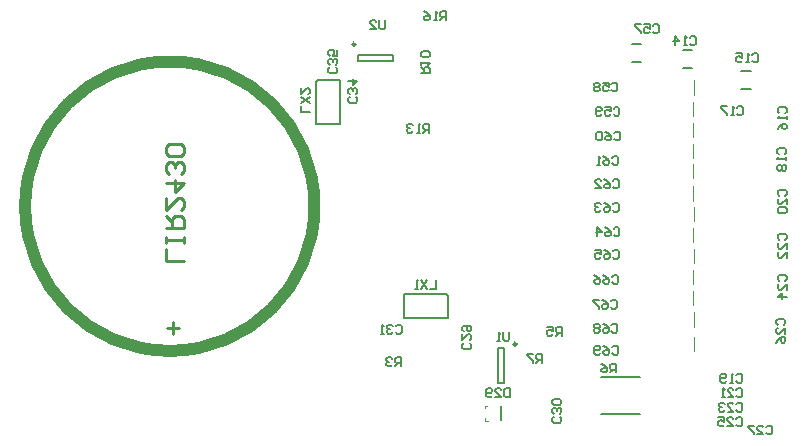
<source format=gbo>
G04 Layer_Color=32896*
%FSLAX25Y25*%
%MOIN*%
G70*
G01*
G75*
%ADD49C,0.01000*%
%ADD50C,0.00984*%
%ADD51C,0.00394*%
%ADD52C,0.00787*%
%ADD53C,0.00591*%
%ADD91C,0.03937*%
D49*
X60860Y61398D02*
X54862D01*
Y65396D01*
X60860Y67396D02*
Y69395D01*
Y68395D01*
X54862D01*
Y67396D01*
Y69395D01*
Y72394D02*
X60860D01*
Y75393D01*
X59861Y76393D01*
X57861D01*
X56862Y75393D01*
Y72394D01*
Y74393D02*
X54862Y76393D01*
Y82391D02*
Y78392D01*
X58861Y82391D01*
X59861D01*
X60860Y81391D01*
Y79392D01*
X59861Y78392D01*
X54862Y87389D02*
X60860D01*
X57861Y84390D01*
Y88389D01*
X59861Y90388D02*
X60860Y91388D01*
Y93387D01*
X59861Y94387D01*
X58861D01*
X57861Y93387D01*
Y92388D01*
Y93387D01*
X56862Y94387D01*
X55862D01*
X54862Y93387D01*
Y91388D01*
X55862Y90388D01*
X59861Y96386D02*
X60860Y97386D01*
Y99385D01*
X59861Y100385D01*
X55862D01*
X54862Y99385D01*
Y97386D01*
X55862Y96386D01*
X59861D01*
X57310Y36870D02*
Y40869D01*
X59309Y38869D02*
X55311D01*
D50*
X171752Y33521D02*
G03*
X171752Y33521I-492J0D01*
G01*
X118002Y133514D02*
G03*
X118002Y133514I-492J0D01*
G01*
D51*
X230886Y116752D02*
Y121516D01*
X230591Y109665D02*
Y114429D01*
Y102579D02*
Y107343D01*
Y95591D02*
Y100354D01*
Y88898D02*
Y93661D01*
X230492Y81417D02*
Y86181D01*
X230689Y74528D02*
Y79291D01*
X230492Y67441D02*
Y72205D01*
X230689Y60453D02*
Y65216D01*
X230591Y53465D02*
Y58228D01*
Y46476D02*
Y51240D01*
X230689Y39390D02*
Y44154D01*
X230787Y31122D02*
Y35886D01*
X161063Y13012D02*
X161929D01*
X161063Y12146D02*
Y13012D01*
X161142Y8012D02*
X162047D01*
X161102Y8051D02*
X161142Y8012D01*
X161102Y8051D02*
Y8878D01*
D52*
X210039Y127756D02*
X213189D01*
X210039Y133661D02*
X213189D01*
X246555Y118701D02*
X249705D01*
X246555Y124606D02*
X249705D01*
X227165Y125590D02*
X230315D01*
X227165Y131496D02*
X230315D01*
X199803Y22736D02*
X212795D01*
X199803Y10335D02*
X212795D01*
X165551Y32340D02*
X167520D01*
X165551Y20529D02*
X167520D01*
Y32340D01*
X165551Y20529D02*
Y32340D01*
X148553Y49947D02*
X148615Y49885D01*
X148365Y50135D02*
X148428Y50072D01*
X148615Y49885D02*
X148740Y49760D01*
X148240Y50260D02*
X148365Y50135D01*
X134240Y42260D02*
Y50260D01*
X148240D01*
X148428Y50072D02*
X148553Y49947D01*
X148740Y42260D02*
Y49760D01*
X134240Y42260D02*
X148740D01*
X166496Y8169D02*
Y12894D01*
X118691Y127805D02*
Y129774D01*
X130502Y127805D02*
Y129774D01*
X118691D02*
X130502D01*
X118691Y127805D02*
X130502D01*
X105072Y121289D02*
X105135Y121351D01*
X104885Y121101D02*
X104947Y121164D01*
X105135Y121351D02*
X105260Y121476D01*
X104760Y120976D02*
X104885Y121101D01*
X104760Y106976D02*
X112760D01*
X104760D02*
Y120976D01*
X104947Y121164D02*
X105072Y121289D01*
X105260Y121476D02*
X112760D01*
Y106976D02*
Y121476D01*
D53*
X203544Y32480D02*
X204036Y32972D01*
X205020D01*
X205512Y32480D01*
Y30512D01*
X205020Y30020D01*
X204036D01*
X203544Y30512D01*
X200592Y32972D02*
X201576Y32480D01*
X202560Y31496D01*
Y30512D01*
X202068Y30020D01*
X201084D01*
X200592Y30512D01*
Y31004D01*
X201084Y31496D01*
X202560D01*
X199608Y30512D02*
X199116Y30020D01*
X198132D01*
X197640Y30512D01*
Y32480D01*
X198132Y32972D01*
X199116D01*
X199608Y32480D01*
Y31988D01*
X199116Y31496D01*
X197640D01*
X203347Y39861D02*
X203839Y40353D01*
X204823D01*
X205315Y39861D01*
Y37894D01*
X204823Y37402D01*
X203839D01*
X203347Y37894D01*
X200395Y40353D02*
X201379Y39861D01*
X202363Y38877D01*
Y37894D01*
X201871Y37402D01*
X200887D01*
X200395Y37894D01*
Y38385D01*
X200887Y38877D01*
X202363D01*
X199411Y39861D02*
X198919Y40353D01*
X197935D01*
X197443Y39861D01*
Y39369D01*
X197935Y38877D01*
X197443Y38385D01*
Y37894D01*
X197935Y37402D01*
X198919D01*
X199411Y37894D01*
Y38385D01*
X198919Y38877D01*
X199411Y39369D01*
Y39861D01*
X198919Y38877D02*
X197935D01*
X203052Y47834D02*
X203544Y48326D01*
X204528D01*
X205020Y47834D01*
Y45866D01*
X204528Y45374D01*
X203544D01*
X203052Y45866D01*
X200100Y48326D02*
X201084Y47834D01*
X202068Y46850D01*
Y45866D01*
X201576Y45374D01*
X200592D01*
X200100Y45866D01*
Y46358D01*
X200592Y46850D01*
X202068D01*
X199116Y48326D02*
X197148D01*
Y47834D01*
X199116Y45866D01*
Y45374D01*
X203544Y56102D02*
X204036Y56594D01*
X205020D01*
X205512Y56102D01*
Y54134D01*
X205020Y53642D01*
X204036D01*
X203544Y54134D01*
X200592Y56594D02*
X201576Y56102D01*
X202560Y55118D01*
Y54134D01*
X202068Y53642D01*
X201084D01*
X200592Y54134D01*
Y54626D01*
X201084Y55118D01*
X202560D01*
X197640Y56594D02*
X198624Y56102D01*
X199608Y55118D01*
Y54134D01*
X199116Y53642D01*
X198132D01*
X197640Y54134D01*
Y54626D01*
X198132Y55118D01*
X199608D01*
X203741Y64468D02*
X204233Y64960D01*
X205217D01*
X205709Y64468D01*
Y62500D01*
X205217Y62008D01*
X204233D01*
X203741Y62500D01*
X200789Y64960D02*
X201773Y64468D01*
X202757Y63484D01*
Y62500D01*
X202265Y62008D01*
X201281D01*
X200789Y62500D01*
Y62992D01*
X201281Y63484D01*
X202757D01*
X197837Y64960D02*
X199805D01*
Y63484D01*
X198821Y63976D01*
X198329D01*
X197837Y63484D01*
Y62500D01*
X198329Y62008D01*
X199313D01*
X199805Y62500D01*
X204036Y71948D02*
X204528Y72440D01*
X205512D01*
X206004Y71948D01*
Y69980D01*
X205512Y69488D01*
X204528D01*
X204036Y69980D01*
X201084Y72440D02*
X202068Y71948D01*
X203052Y70964D01*
Y69980D01*
X202560Y69488D01*
X201576D01*
X201084Y69980D01*
Y70472D01*
X201576Y70964D01*
X203052D01*
X198624Y69488D02*
Y72440D01*
X200100Y70964D01*
X198132D01*
X203741Y80117D02*
X204233Y80609D01*
X205217D01*
X205709Y80117D01*
Y78149D01*
X205217Y77658D01*
X204233D01*
X203741Y78149D01*
X200789Y80609D02*
X201773Y80117D01*
X202757Y79133D01*
Y78149D01*
X202265Y77658D01*
X201281D01*
X200789Y78149D01*
Y78641D01*
X201281Y79133D01*
X202757D01*
X199805Y80117D02*
X199313Y80609D01*
X198329D01*
X197837Y80117D01*
Y79625D01*
X198329Y79133D01*
X198821D01*
X198329D01*
X197837Y78641D01*
Y78149D01*
X198329Y77658D01*
X199313D01*
X199805Y78149D01*
X203839Y87991D02*
X204331Y88483D01*
X205315D01*
X205807Y87991D01*
Y86023D01*
X205315Y85532D01*
X204331D01*
X203839Y86023D01*
X200887Y88483D02*
X201871Y87991D01*
X202855Y87007D01*
Y86023D01*
X202363Y85532D01*
X201379D01*
X200887Y86023D01*
Y86515D01*
X201379Y87007D01*
X202855D01*
X197936Y85532D02*
X199904D01*
X197936Y87499D01*
Y87991D01*
X198428Y88483D01*
X199411D01*
X199904Y87991D01*
X203544Y95767D02*
X204036Y96259D01*
X205020D01*
X205512Y95767D01*
Y93799D01*
X205020Y93307D01*
X204036D01*
X203544Y93799D01*
X200592Y96259D02*
X201576Y95767D01*
X202560Y94783D01*
Y93799D01*
X202068Y93307D01*
X201084D01*
X200592Y93799D01*
Y94291D01*
X201084Y94783D01*
X202560D01*
X199608Y93307D02*
X198624D01*
X199116D01*
Y96259D01*
X199608Y95767D01*
X204233Y103936D02*
X204725Y104428D01*
X205709D01*
X206201Y103936D01*
Y101968D01*
X205709Y101476D01*
X204725D01*
X204233Y101968D01*
X201281Y104428D02*
X202265Y103936D01*
X203249Y102952D01*
Y101968D01*
X202757Y101476D01*
X201773D01*
X201281Y101968D01*
Y102460D01*
X201773Y102952D01*
X203249D01*
X200297Y103936D02*
X199805Y104428D01*
X198821D01*
X198329Y103936D01*
Y101968D01*
X198821Y101476D01*
X199805D01*
X200297Y101968D01*
Y103936D01*
X204036Y112106D02*
X204528Y112598D01*
X205512D01*
X206004Y112106D01*
Y110138D01*
X205512Y109646D01*
X204528D01*
X204036Y110138D01*
X201084Y112598D02*
X203052D01*
Y111122D01*
X202068Y111614D01*
X201576D01*
X201084Y111122D01*
Y110138D01*
X201576Y109646D01*
X202560D01*
X203052Y110138D01*
X200100D02*
X199608Y109646D01*
X198624D01*
X198132Y110138D01*
Y112106D01*
X198624Y112598D01*
X199608D01*
X200100Y112106D01*
Y111614D01*
X199608Y111122D01*
X198132D01*
X203347Y120275D02*
X203839Y120767D01*
X204823D01*
X205315Y120275D01*
Y118307D01*
X204823Y117815D01*
X203839D01*
X203347Y118307D01*
X200395Y120767D02*
X202363D01*
Y119291D01*
X201379Y119783D01*
X200887D01*
X200395Y119291D01*
Y118307D01*
X200887Y117815D01*
X201871D01*
X202363Y118307D01*
X199411Y120275D02*
X198919Y120767D01*
X197935D01*
X197443Y120275D01*
Y119783D01*
X197935Y119291D01*
X197443Y118799D01*
Y118307D01*
X197935Y117815D01*
X198919D01*
X199411Y118307D01*
Y118799D01*
X198919Y119291D01*
X199411Y119783D01*
Y120275D01*
X198919Y119291D02*
X197935D01*
X217087Y139739D02*
X217579Y140231D01*
X218563D01*
X219055Y139739D01*
Y137771D01*
X218563Y137279D01*
X217579D01*
X217087Y137771D01*
X214136Y140231D02*
X216103D01*
Y138755D01*
X215119Y139247D01*
X214627D01*
X214136Y138755D01*
Y137771D01*
X214627Y137279D01*
X215611D01*
X216103Y137771D01*
X213152Y140231D02*
X211184D01*
Y139739D01*
X213152Y137771D01*
Y137279D01*
X127854Y141534D02*
Y139075D01*
X127362Y138583D01*
X126378D01*
X125886Y139075D01*
Y141534D01*
X122935Y138583D02*
X124902D01*
X122935Y140550D01*
Y141042D01*
X123427Y141534D01*
X124410D01*
X124902Y141042D01*
X142520Y104035D02*
Y106987D01*
X141044D01*
X140552Y106495D01*
Y105511D01*
X141044Y105019D01*
X142520D01*
X141536D02*
X140552Y104035D01*
X139568D02*
X138584D01*
X139076D01*
Y106987D01*
X139568Y106495D01*
X137108D02*
X136616Y106987D01*
X135632D01*
X135140Y106495D01*
Y106003D01*
X135632Y105511D01*
X136124D01*
X135632D01*
X135140Y105019D01*
Y104527D01*
X135632Y104035D01*
X136616D01*
X137108Y104527D01*
X139862Y123819D02*
X142814D01*
Y125295D01*
X142322Y125787D01*
X141338D01*
X140846Y125295D01*
Y123819D01*
Y124803D02*
X139862Y125787D01*
Y126771D02*
Y127755D01*
Y127263D01*
X142814D01*
X142322Y126771D01*
Y129230D02*
X142814Y129722D01*
Y130706D01*
X142322Y131198D01*
X140354D01*
X139862Y130706D01*
Y129722D01*
X140354Y129230D01*
X142322D01*
X102755Y110925D02*
X99803D01*
Y112893D01*
X102755Y113877D02*
X99803Y115845D01*
X102755D02*
X99803Y113877D01*
Y118797D02*
Y116829D01*
X101771Y118797D01*
X102263D01*
X102755Y118305D01*
Y117321D01*
X102263Y116829D01*
X111416Y125787D02*
X111908Y125295D01*
Y124311D01*
X111416Y123819D01*
X109449D01*
X108957Y124311D01*
Y125295D01*
X109449Y125787D01*
X111416Y126771D02*
X111908Y127263D01*
Y128247D01*
X111416Y128739D01*
X110925D01*
X110433Y128247D01*
Y127755D01*
Y128247D01*
X109941Y128739D01*
X109449D01*
X108957Y128247D01*
Y127263D01*
X109449Y126771D01*
X111908Y131690D02*
Y129722D01*
X110433D01*
X110925Y130707D01*
Y131198D01*
X110433Y131690D01*
X109449D01*
X108957Y131198D01*
Y130215D01*
X109449Y129722D01*
X118109Y115944D02*
X118601Y115452D01*
Y114468D01*
X118109Y113976D01*
X116142D01*
X115650Y114468D01*
Y115452D01*
X116142Y115944D01*
X118109Y116928D02*
X118601Y117420D01*
Y118404D01*
X118109Y118896D01*
X117617D01*
X117125Y118404D01*
Y117912D01*
Y118404D01*
X116633Y118896D01*
X116142D01*
X115650Y118404D01*
Y117420D01*
X116142Y116928D01*
X115650Y121356D02*
X118601D01*
X117125Y119880D01*
Y121848D01*
X169193Y37598D02*
Y35138D01*
X168701Y34646D01*
X167717D01*
X167225Y35138D01*
Y37598D01*
X166241Y34646D02*
X165257D01*
X165749D01*
Y37598D01*
X166241Y37106D01*
X180217Y27362D02*
Y30314D01*
X178741D01*
X178249Y29822D01*
Y28838D01*
X178741Y28346D01*
X180217D01*
X179233D02*
X178249Y27362D01*
X177265Y30314D02*
X175297D01*
Y29822D01*
X177265Y27854D01*
Y27362D01*
X204823Y24114D02*
Y27066D01*
X203347D01*
X202855Y26574D01*
Y25590D01*
X203347Y25098D01*
X204823D01*
X203839D02*
X202855Y24114D01*
X199903Y27066D02*
X200887Y26574D01*
X201871Y25590D01*
Y24606D01*
X201379Y24114D01*
X200395D01*
X199903Y24606D01*
Y25098D01*
X200395Y25590D01*
X201871D01*
X186713Y36417D02*
Y39369D01*
X185237D01*
X184745Y38877D01*
Y37893D01*
X185237Y37401D01*
X186713D01*
X185729D02*
X184745Y36417D01*
X181793Y39369D02*
X183761D01*
Y37893D01*
X182777Y38385D01*
X182285D01*
X181793Y37893D01*
Y36909D01*
X182285Y36417D01*
X183269D01*
X183761Y36909D01*
X133268Y26280D02*
Y29231D01*
X131792D01*
X131300Y28739D01*
Y27755D01*
X131792Y27264D01*
X133268D01*
X132284D02*
X131300Y26280D01*
X130316Y28739D02*
X129824Y29231D01*
X128840D01*
X128348Y28739D01*
Y28247D01*
X128840Y27755D01*
X129332D01*
X128840D01*
X128348Y27264D01*
Y26772D01*
X128840Y26280D01*
X129824D01*
X130316Y26772D01*
X144783Y55053D02*
Y52101D01*
X142816D01*
X141832Y55053D02*
X139864Y52101D01*
Y55053D02*
X141832Y52101D01*
X138880D02*
X137896D01*
X138388D01*
Y55053D01*
X138880Y54561D01*
X131398Y39566D02*
X131890Y40058D01*
X132874D01*
X133366Y39566D01*
Y37598D01*
X132874Y37106D01*
X131890D01*
X131398Y37598D01*
X130414Y39566D02*
X129922Y40058D01*
X128938D01*
X128446Y39566D01*
Y39074D01*
X128938Y38582D01*
X129430D01*
X128938D01*
X128446Y38090D01*
Y37598D01*
X128938Y37106D01*
X129922D01*
X130414Y37598D01*
X127462Y37106D02*
X126479D01*
X126971D01*
Y40058D01*
X127462Y39566D01*
X186065Y9349D02*
X186557Y8857D01*
Y7873D01*
X186065Y7381D01*
X184097D01*
X183605Y7873D01*
Y8857D01*
X184097Y9349D01*
X186065Y10333D02*
X186557Y10825D01*
Y11808D01*
X186065Y12301D01*
X185573D01*
X185081Y11808D01*
Y11317D01*
Y11808D01*
X184589Y12301D01*
X184097D01*
X183605Y11808D01*
Y10825D01*
X184097Y10333D01*
X186065Y13284D02*
X186557Y13776D01*
Y14760D01*
X186065Y15252D01*
X184097D01*
X183605Y14760D01*
Y13776D01*
X184097Y13284D01*
X186065D01*
X156102Y33858D02*
X156594Y33366D01*
Y32382D01*
X156102Y31890D01*
X154134D01*
X153642Y32382D01*
Y33366D01*
X154134Y33858D01*
X153642Y36809D02*
Y34842D01*
X155610Y36809D01*
X156102D01*
X156594Y36318D01*
Y35334D01*
X156102Y34842D01*
X154134Y37793D02*
X153642Y38285D01*
Y39269D01*
X154134Y39761D01*
X156102D01*
X156594Y39269D01*
Y38285D01*
X156102Y37793D01*
X155610D01*
X155118Y38285D01*
Y39761D01*
X254922Y5905D02*
X255414Y6397D01*
X256398D01*
X256890Y5905D01*
Y3937D01*
X256398Y3445D01*
X255414D01*
X254922Y3937D01*
X251970Y3445D02*
X253938D01*
X251970Y5413D01*
Y5905D01*
X252462Y6397D01*
X253446D01*
X253938Y5905D01*
X250986Y6397D02*
X249018D01*
Y5905D01*
X250986Y3937D01*
Y3445D01*
X258761Y39961D02*
X258269Y40453D01*
Y41437D01*
X258761Y41929D01*
X260729D01*
X261221Y41437D01*
Y40453D01*
X260729Y39961D01*
X261221Y37010D02*
Y38977D01*
X259253Y37010D01*
X258761D01*
X258269Y37501D01*
Y38485D01*
X258761Y38977D01*
X258269Y34058D02*
X258761Y35042D01*
X259745Y36026D01*
X260729D01*
X261221Y35534D01*
Y34550D01*
X260729Y34058D01*
X260237D01*
X259745Y34550D01*
Y36026D01*
X244882Y8685D02*
X245374Y9177D01*
X246358D01*
X246850Y8685D01*
Y6717D01*
X246358Y6225D01*
X245374D01*
X244882Y6717D01*
X241931Y6225D02*
X243899D01*
X241931Y8193D01*
Y8685D01*
X242423Y9177D01*
X243407D01*
X243899Y8685D01*
X238979Y9177D02*
X240947D01*
Y7701D01*
X239963Y8193D01*
X239471D01*
X238979Y7701D01*
Y6717D01*
X239471Y6225D01*
X240455D01*
X240947Y6717D01*
X259253Y54627D02*
X258761Y55119D01*
Y56103D01*
X259253Y56595D01*
X261221D01*
X261713Y56103D01*
Y55119D01*
X261221Y54627D01*
X261713Y51675D02*
Y53643D01*
X259745Y51675D01*
X259253D01*
X258761Y52167D01*
Y53151D01*
X259253Y53643D01*
X261713Y49215D02*
X258761D01*
X260237Y50691D01*
Y48723D01*
X244981Y13533D02*
X245473Y14025D01*
X246457D01*
X246949Y13533D01*
Y11565D01*
X246457Y11073D01*
X245473D01*
X244981Y11565D01*
X242029Y11073D02*
X243997D01*
X242029Y13041D01*
Y13533D01*
X242521Y14025D01*
X243505D01*
X243997Y13533D01*
X241045D02*
X240553Y14025D01*
X239569D01*
X239077Y13533D01*
Y13041D01*
X239569Y12549D01*
X240061D01*
X239569D01*
X239077Y12057D01*
Y11565D01*
X239569Y11073D01*
X240553D01*
X241045Y11565D01*
X259253Y68308D02*
X258761Y68800D01*
Y69784D01*
X259253Y70276D01*
X261221D01*
X261713Y69784D01*
Y68800D01*
X261221Y68308D01*
X261713Y65356D02*
Y67324D01*
X259745Y65356D01*
X259253D01*
X258761Y65848D01*
Y66832D01*
X259253Y67324D01*
X261713Y62404D02*
Y64372D01*
X259745Y62404D01*
X259253D01*
X258761Y62896D01*
Y63880D01*
X259253Y64372D01*
X244981Y18380D02*
X245473Y18872D01*
X246457D01*
X246949Y18380D01*
Y16412D01*
X246457Y15920D01*
X245473D01*
X244981Y16412D01*
X242029Y15920D02*
X243997D01*
X242029Y17888D01*
Y18380D01*
X242521Y18872D01*
X243505D01*
X243997Y18380D01*
X241045Y15920D02*
X240061D01*
X240553D01*
Y18872D01*
X241045Y18380D01*
X259351Y83072D02*
X258859Y83564D01*
Y84547D01*
X259351Y85039D01*
X261319D01*
X261811Y84547D01*
Y83564D01*
X261319Y83072D01*
X261811Y80120D02*
Y82088D01*
X259843Y80120D01*
X259351D01*
X258859Y80612D01*
Y81596D01*
X259351Y82088D01*
Y79136D02*
X258859Y78644D01*
Y77660D01*
X259351Y77168D01*
X261319D01*
X261811Y77660D01*
Y78644D01*
X261319Y79136D01*
X259351D01*
X244981Y23227D02*
X245473Y23720D01*
X246457D01*
X246949Y23227D01*
Y21260D01*
X246457Y20768D01*
X245473D01*
X244981Y21260D01*
X243997Y20768D02*
X243013D01*
X243505D01*
Y23720D01*
X243997Y23227D01*
X241537Y21260D02*
X241045Y20768D01*
X240061D01*
X239569Y21260D01*
Y23227D01*
X240061Y23720D01*
X241045D01*
X241537Y23227D01*
Y22736D01*
X241045Y22244D01*
X239569D01*
X259056Y96851D02*
X258564Y97343D01*
Y98327D01*
X259056Y98819D01*
X261024D01*
X261516Y98327D01*
Y97343D01*
X261024Y96851D01*
X261516Y95867D02*
Y94883D01*
Y95375D01*
X258564D01*
X259056Y95867D01*
Y93407D02*
X258564Y92915D01*
Y91931D01*
X259056Y91439D01*
X259548D01*
X260040Y91931D01*
X260532Y91439D01*
X261024D01*
X261516Y91931D01*
Y92915D01*
X261024Y93407D01*
X260532D01*
X260040Y92915D01*
X259548Y93407D01*
X259056D01*
X260040Y92915D02*
Y91931D01*
X245178Y112302D02*
X245670Y112794D01*
X246654D01*
X247146Y112302D01*
Y110335D01*
X246654Y109843D01*
X245670D01*
X245178Y110335D01*
X244194Y109843D02*
X243210D01*
X243702D01*
Y112794D01*
X244194Y112302D01*
X241734Y112794D02*
X239766D01*
Y112302D01*
X241734Y110335D01*
Y109843D01*
X259253Y110532D02*
X258761Y111024D01*
Y112008D01*
X259253Y112500D01*
X261221D01*
X261713Y112008D01*
Y111024D01*
X261221Y110532D01*
X261713Y109548D02*
Y108564D01*
Y109056D01*
X258761D01*
X259253Y109548D01*
X258761Y105121D02*
X259253Y106104D01*
X260237Y107088D01*
X261221D01*
X261713Y106596D01*
Y105612D01*
X261221Y105121D01*
X260729D01*
X260237Y105612D01*
Y107088D01*
X250296Y130019D02*
X250788Y130511D01*
X251772D01*
X252264Y130019D01*
Y128051D01*
X251772Y127559D01*
X250788D01*
X250296Y128051D01*
X249312Y127559D02*
X248328D01*
X248820D01*
Y130511D01*
X249312Y130019D01*
X244884Y130511D02*
X246852D01*
Y129035D01*
X245868Y129527D01*
X245376D01*
X244884Y129035D01*
Y128051D01*
X245376Y127559D01*
X246360D01*
X246852Y128051D01*
X229430Y135728D02*
X229922Y136220D01*
X230906D01*
X231398Y135728D01*
Y133760D01*
X230906Y133268D01*
X229922D01*
X229430Y133760D01*
X228446Y133268D02*
X227462D01*
X227954D01*
Y136220D01*
X228446Y135728D01*
X224510Y133268D02*
Y136220D01*
X225986Y134744D01*
X224018D01*
X169535Y18831D02*
Y15879D01*
X168059D01*
X167567Y16371D01*
Y18338D01*
X168059Y18831D01*
X169535D01*
X164615Y15879D02*
X166583D01*
X164615Y17847D01*
Y18338D01*
X165107Y18831D01*
X166091D01*
X166583Y18338D01*
X163631Y16371D02*
X163139Y15879D01*
X162155D01*
X161663Y16371D01*
Y18338D01*
X162155Y18831D01*
X163139D01*
X163631Y18338D01*
Y17847D01*
X163139Y17355D01*
X161663D01*
X148228Y141535D02*
Y144487D01*
X146752D01*
X146260Y143995D01*
Y143011D01*
X146752Y142519D01*
X148228D01*
X147244D02*
X146260Y141535D01*
X145276D02*
X144293D01*
X144785D01*
Y144487D01*
X145276Y143995D01*
X140849Y144487D02*
X141833Y143995D01*
X142817Y143011D01*
Y142027D01*
X142325Y141535D01*
X141341D01*
X140849Y142027D01*
Y142519D01*
X141341Y143011D01*
X142817D01*
D91*
X104350Y79547D02*
G03*
X104350Y79547I-48228J0D01*
G01*
M02*

</source>
